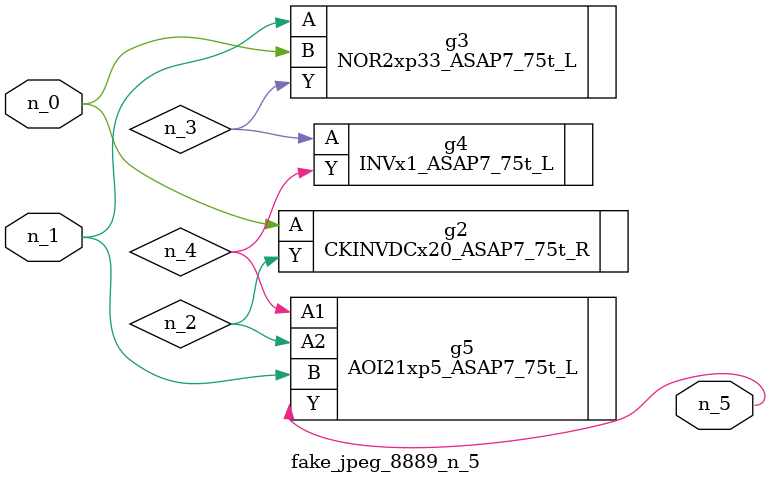
<source format=v>
module fake_jpeg_8889_n_5 (n_0, n_1, n_5);

input n_0;
input n_1;

output n_5;

wire n_2;
wire n_3;
wire n_4;

CKINVDCx20_ASAP7_75t_R g2 ( 
.A(n_0),
.Y(n_2)
);

NOR2xp33_ASAP7_75t_L g3 ( 
.A(n_1),
.B(n_0),
.Y(n_3)
);

INVx1_ASAP7_75t_L g4 ( 
.A(n_3),
.Y(n_4)
);

AOI21xp5_ASAP7_75t_L g5 ( 
.A1(n_4),
.A2(n_2),
.B(n_1),
.Y(n_5)
);


endmodule
</source>
